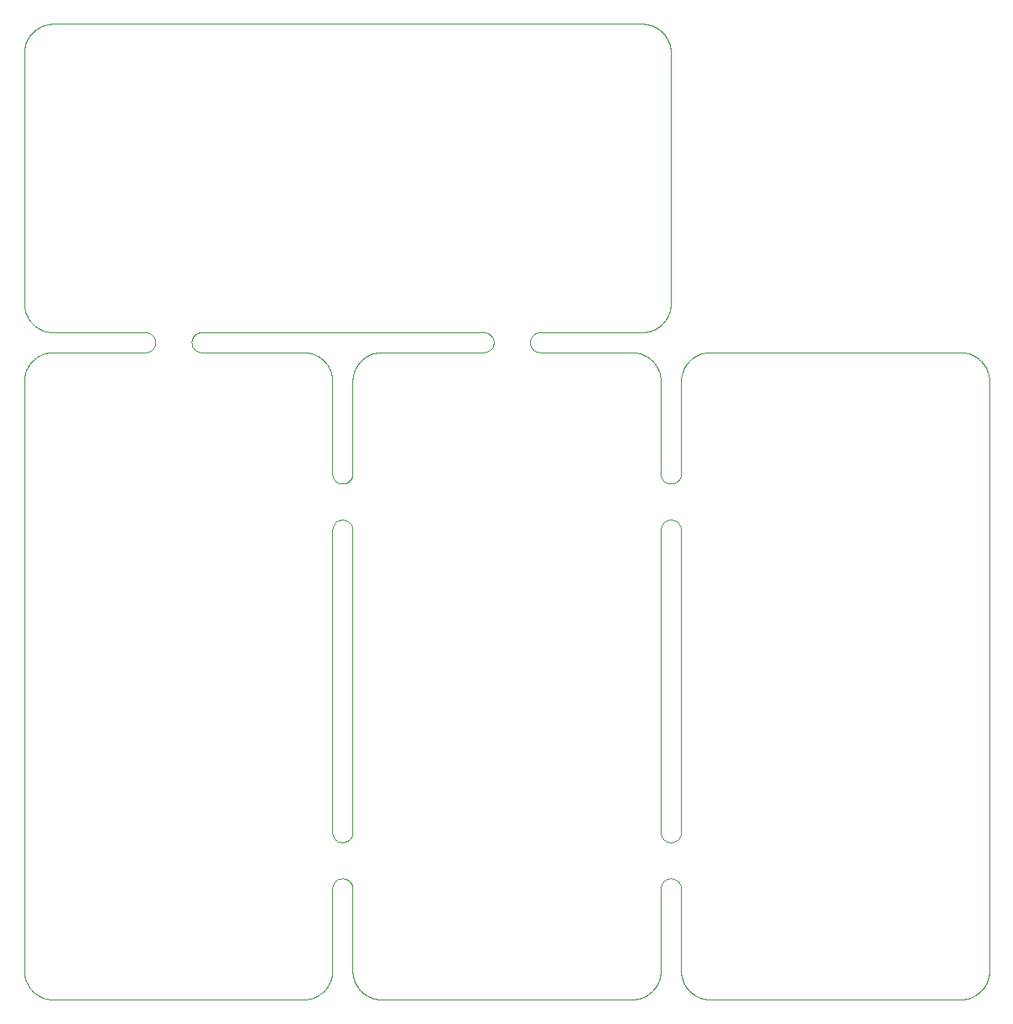
<source format=gko>
From c3ca4f95bd59f69d45e582a4149327f57a360760 Mon Sep 17 00:00:00 2001
From: jaseg <git@jaseg.de>
Date: Sun, 30 Jan 2022 20:11:38 +0100
Subject: Rename gerbonara/gerber package to just gerbonara

---
 gerbonara/tests/resources/fritzing/combined.GKO | 2196 +++++++++++++++++++++++
 1 file changed, 2196 insertions(+)
 create mode 100644 gerbonara/tests/resources/fritzing/combined.GKO

(limited to 'gerbonara/tests/resources/fritzing/combined.GKO')

diff --git a/gerbonara/tests/resources/fritzing/combined.GKO b/gerbonara/tests/resources/fritzing/combined.GKO
new file mode 100644
index 0000000..81ce8ff
--- /dev/null
+++ b/gerbonara/tests/resources/fritzing/combined.GKO
@@ -0,0 +1,2196 @@
+%MOIN*%
+%OFA0B0*%
+%FSLAX44Y44*%
+%IPPOS*%
+%LPD*%
+%ADD10C,0*%
+D10*
+X00007412Y00026771D02*
+X00007412Y00026771D01*
+X00018571Y00026771D01*
+X00018595Y00026770D01*
+X00018619Y00026768D01*
+X00018643Y00026764D01*
+X00018667Y00026759D01*
+X00018690Y00026753D01*
+X00018713Y00026745D01*
+X00018735Y00026735D01*
+X00018757Y00026724D01*
+X00018778Y00026712D01*
+X00018798Y00026699D01*
+X00018818Y00026684D01*
+X00018836Y00026669D01*
+X00018853Y00026652D01*
+X00018870Y00026634D01*
+X00018885Y00026615D01*
+X00018899Y00026595D01*
+X00018912Y00026575D01*
+X00018923Y00026553D01*
+X00018933Y00026531D01*
+X00018942Y00026509D01*
+X00018942Y00026508D01*
+X00018953Y00026472D01*
+X00018961Y00026435D01*
+X00018964Y00026398D01*
+X00018965Y00026360D01*
+X00018961Y00026323D01*
+X00018954Y00026286D01*
+X00018944Y00026250D01*
+X00018930Y00026215D01*
+X00018913Y00026181D01*
+X00018893Y00026150D01*
+X00018870Y00026120D01*
+X00018844Y00026093D01*
+X00018815Y00026068D01*
+X00018785Y00026046D01*
+X00018752Y00026027D01*
+X00018718Y00026012D01*
+X00018682Y00025999D01*
+X00018646Y00025990D01*
+X00018609Y00025985D01*
+X00018571Y00025983D01*
+X00014435Y00025983D01*
+X00014425Y00025973D01*
+X00014355Y00025973D01*
+X00014345Y00025963D01*
+X00014305Y00025963D01*
+X00014295Y00025953D01*
+X00014255Y00025953D01*
+X00014245Y00025943D01*
+X00014225Y00025943D01*
+X00014215Y00025933D01*
+X00014185Y00025933D01*
+X00014175Y00025923D01*
+X00014155Y00025923D01*
+X00014145Y00025913D01*
+X00014135Y00025913D01*
+X00014125Y00025903D01*
+X00014105Y00025903D01*
+X00014095Y00025893D01*
+X00014085Y00025893D01*
+X00014075Y00025883D01*
+X00014065Y00025883D01*
+X00014055Y00025873D01*
+X00014035Y00025873D01*
+X00014025Y00025863D01*
+X00014015Y00025863D01*
+X00014005Y00025853D01*
+X00013995Y00025853D01*
+X00013985Y00025843D01*
+X00013975Y00025833D01*
+X00013965Y00025833D01*
+X00013955Y00025823D01*
+X00013945Y00025823D01*
+X00013935Y00025813D01*
+X00013925Y00025813D01*
+X00013915Y00025803D01*
+X00013905Y00025793D01*
+X00013895Y00025793D01*
+X00013875Y00025773D01*
+X00013865Y00025773D01*
+X00013855Y00025763D01*
+X00013845Y00025753D01*
+X00013835Y00025743D01*
+X00013825Y00025743D01*
+X00013815Y00025733D01*
+X00013805Y00025723D01*
+X00013795Y00025713D01*
+X00013785Y00025703D01*
+X00013755Y00025673D01*
+X00013745Y00025673D01*
+X00013725Y00025653D01*
+X00013715Y00025643D01*
+X00013705Y00025633D01*
+X00013685Y00025613D01*
+X00013685Y00025603D01*
+X00013675Y00025593D01*
+X00013665Y00025583D01*
+X00013655Y00025573D01*
+X00013645Y00025563D01*
+X00013625Y00025543D01*
+X00013625Y00025533D01*
+X00013615Y00025523D01*
+X00013605Y00025513D01*
+X00013595Y00025503D01*
+X00013595Y00025493D01*
+X00013585Y00025483D01*
+X00013575Y00025473D01*
+X00013575Y00025463D01*
+X00013565Y00025453D01*
+X00013555Y00025443D01*
+X00013555Y00025433D01*
+X00013545Y00025423D01*
+X00013545Y00025413D01*
+X00013535Y00025403D01*
+X00013525Y00025393D01*
+X00013525Y00025383D01*
+X00013515Y00025373D01*
+X00013515Y00025363D01*
+X00013505Y00025353D01*
+X00013505Y00025343D01*
+X00013495Y00025333D01*
+X00013495Y00025323D01*
+X00013485Y00025313D01*
+X00013485Y00025303D01*
+X00013475Y00025293D01*
+X00013475Y00025273D01*
+X00013465Y00025263D01*
+X00013465Y00025253D01*
+X00013455Y00025243D01*
+X00013455Y00025223D01*
+X00013445Y00025213D01*
+X00013445Y00025193D01*
+X00013435Y00025183D01*
+X00013435Y00025163D01*
+X00013425Y00025153D01*
+X00013425Y00025123D01*
+X00013415Y00025113D01*
+X00013415Y00025083D01*
+X00013405Y00025073D01*
+X00013405Y00025023D01*
+X00013395Y00025013D01*
+X00013395Y00024943D01*
+X00013385Y00024933D01*
+X00013385Y00021192D01*
+X00013385Y00021168D01*
+X00013382Y00021144D01*
+X00013379Y00021120D01*
+X00013374Y00021096D01*
+X00013367Y00021073D01*
+X00013359Y00021050D01*
+X00013350Y00021028D01*
+X00013339Y00021007D01*
+X00013327Y00020986D01*
+X00013314Y00020966D01*
+X00013299Y00020946D01*
+X00013284Y00020928D01*
+X00013267Y00020911D01*
+X00013249Y00020894D01*
+X00013231Y00020879D01*
+X00013211Y00020865D01*
+X00013191Y00020852D01*
+X00013170Y00020841D01*
+X00013148Y00020830D01*
+X00013125Y00020821D01*
+X00013111Y00020816D01*
+X00013075Y00020805D01*
+X00013038Y00020797D01*
+X00013000Y00020793D01*
+X00012962Y00020793D01*
+X00012925Y00020796D01*
+X00012888Y00020803D01*
+X00012851Y00020813D01*
+X00012816Y00020827D01*
+X00012783Y00020844D01*
+X00012751Y00020864D01*
+X00012721Y00020887D01*
+X00012693Y00020913D01*
+X00012669Y00020942D01*
+X00012647Y00020972D01*
+X00012628Y00021005D01*
+X00012612Y00021039D01*
+X00012599Y00021075D01*
+X00012590Y00021111D01*
+X00012585Y00021149D01*
+X00012583Y00021186D01*
+X00012583Y00024933D01*
+X00012573Y00024943D01*
+X00012573Y00025013D01*
+X00012563Y00025023D01*
+X00012563Y00025073D01*
+X00012553Y00025083D01*
+X00012553Y00025113D01*
+X00012543Y00025123D01*
+X00012543Y00025153D01*
+X00012533Y00025163D01*
+X00012533Y00025183D01*
+X00012523Y00025193D01*
+X00012523Y00025213D01*
+X00012513Y00025223D01*
+X00012513Y00025243D01*
+X00012503Y00025253D01*
+X00012503Y00025263D01*
+X00012493Y00025273D01*
+X00012493Y00025293D01*
+X00012483Y00025303D01*
+X00012483Y00025313D01*
+X00012473Y00025323D01*
+X00012473Y00025333D01*
+X00012463Y00025343D01*
+X00012463Y00025353D01*
+X00012453Y00025363D01*
+X00012453Y00025373D01*
+X00012443Y00025383D01*
+X00012443Y00025393D01*
+X00012433Y00025403D01*
+X00012423Y00025413D01*
+X00012423Y00025423D01*
+X00012413Y00025433D01*
+X00012413Y00025443D01*
+X00012403Y00025453D01*
+X00012393Y00025463D01*
+X00012393Y00025473D01*
+X00012373Y00025493D01*
+X00012373Y00025503D01*
+X00012363Y00025513D01*
+X00012353Y00025523D01*
+X00012343Y00025533D01*
+X00012343Y00025543D01*
+X00012333Y00025553D01*
+X00012323Y00025563D01*
+X00012313Y00025573D01*
+X00012303Y00025583D01*
+X00012293Y00025593D01*
+X00012283Y00025603D01*
+X00012273Y00025613D01*
+X00012273Y00025623D01*
+X00012263Y00025633D01*
+X00012253Y00025643D01*
+X00012243Y00025653D01*
+X00012233Y00025663D01*
+X00012223Y00025673D01*
+X00012213Y00025673D01*
+X00012203Y00025683D01*
+X00012193Y00025693D01*
+X00012183Y00025703D01*
+X00012173Y00025713D01*
+X00012163Y00025723D01*
+X00012153Y00025733D01*
+X00012143Y00025743D01*
+X00012133Y00025743D01*
+X00012123Y00025753D01*
+X00012113Y00025763D01*
+X00012103Y00025763D01*
+X00012093Y00025773D01*
+X00012083Y00025783D01*
+X00012073Y00025793D01*
+X00012063Y00025793D01*
+X00012053Y00025803D01*
+X00012043Y00025813D01*
+X00012033Y00025813D01*
+X00012023Y00025823D01*
+X00012013Y00025823D01*
+X00012003Y00025833D01*
+X00011993Y00025833D01*
+X00011983Y00025843D01*
+X00011973Y00025853D01*
+X00011963Y00025853D01*
+X00011953Y00025863D01*
+X00011943Y00025863D01*
+X00011933Y00025873D01*
+X00011913Y00025873D01*
+X00011903Y00025883D01*
+X00011893Y00025883D01*
+X00011883Y00025893D01*
+X00011873Y00025893D01*
+X00011863Y00025903D01*
+X00011843Y00025903D01*
+X00011833Y00025913D01*
+X00011823Y00025913D01*
+X00011813Y00025923D01*
+X00011793Y00025923D01*
+X00011783Y00025933D01*
+X00011753Y00025933D01*
+X00011743Y00025943D01*
+X00011723Y00025943D01*
+X00011713Y00025953D01*
+X00011673Y00025953D01*
+X00011663Y00025963D01*
+X00011623Y00025963D01*
+X00011613Y00025973D01*
+X00011543Y00025973D01*
+X00011533Y00025983D01*
+X00007412Y00025983D01*
+X00007375Y00025985D01*
+X00007337Y00025990D01*
+X00007301Y00025999D01*
+X00007265Y00026012D01*
+X00007231Y00026027D01*
+X00007199Y00026046D01*
+X00007168Y00026068D01*
+X00007140Y00026093D01*
+X00007114Y00026120D01*
+X00007091Y00026150D01*
+X00007070Y00026181D01*
+X00007053Y00026215D01*
+X00007039Y00026250D01*
+X00007029Y00026286D01*
+X00007022Y00026323D01*
+X00007019Y00026360D01*
+X00007019Y00026398D01*
+X00007023Y00026435D01*
+X00007030Y00026472D01*
+X00007041Y00026508D01*
+X00007041Y00026509D01*
+X00007050Y00026531D01*
+X00007060Y00026553D01*
+X00007072Y00026575D01*
+X00007084Y00026595D01*
+X00007098Y00026615D01*
+X00007114Y00026634D01*
+X00007130Y00026652D01*
+X00007147Y00026669D01*
+X00007166Y00026684D01*
+X00007185Y00026699D01*
+X00007205Y00026712D01*
+X00007226Y00026724D01*
+X00007248Y00026735D01*
+X00007270Y00026745D01*
+X00007293Y00026753D01*
+X00007316Y00026759D01*
+X00007340Y00026764D01*
+X00007364Y00026768D01*
+X00007388Y00026770D01*
+X00007412Y00026771D01*
+X00005185Y00025983D02*
+X00005185Y00025983D01*
+X00001443Y00025983D01*
+X00001433Y00025973D01*
+X00001363Y00025973D01*
+X00001353Y00025963D01*
+X00001313Y00025963D01*
+X00001303Y00025953D01*
+X00001263Y00025953D01*
+X00001253Y00025943D01*
+X00001233Y00025943D01*
+X00001223Y00025933D01*
+X00001193Y00025933D01*
+X00001183Y00025923D01*
+X00001163Y00025923D01*
+X00001153Y00025913D01*
+X00001143Y00025913D01*
+X00001133Y00025903D01*
+X00001113Y00025903D01*
+X00001103Y00025893D01*
+X00001093Y00025893D01*
+X00001083Y00025883D01*
+X00001073Y00025883D01*
+X00001063Y00025873D01*
+X00001043Y00025873D01*
+X00001033Y00025863D01*
+X00001023Y00025863D01*
+X00001013Y00025853D01*
+X00001003Y00025853D01*
+X00000993Y00025843D01*
+X00000983Y00025833D01*
+X00000973Y00025833D01*
+X00000963Y00025823D01*
+X00000953Y00025823D01*
+X00000943Y00025813D01*
+X00000933Y00025813D01*
+X00000923Y00025803D01*
+X00000913Y00025793D01*
+X00000903Y00025793D01*
+X00000883Y00025773D01*
+X00000873Y00025773D01*
+X00000863Y00025763D01*
+X00000853Y00025753D01*
+X00000843Y00025743D01*
+X00000833Y00025743D01*
+X00000823Y00025733D01*
+X00000813Y00025723D01*
+X00000803Y00025713D01*
+X00000793Y00025703D01*
+X00000763Y00025673D01*
+X00000753Y00025673D01*
+X00000733Y00025653D01*
+X00000723Y00025643D01*
+X00000713Y00025633D01*
+X00000693Y00025613D01*
+X00000693Y00025603D01*
+X00000683Y00025593D01*
+X00000673Y00025583D01*
+X00000663Y00025573D01*
+X00000653Y00025563D01*
+X00000633Y00025543D01*
+X00000633Y00025533D01*
+X00000623Y00025523D01*
+X00000613Y00025513D01*
+X00000603Y00025503D01*
+X00000603Y00025493D01*
+X00000593Y00025483D01*
+X00000583Y00025473D01*
+X00000583Y00025463D01*
+X00000573Y00025453D01*
+X00000563Y00025443D01*
+X00000563Y00025433D01*
+X00000553Y00025423D01*
+X00000553Y00025413D01*
+X00000543Y00025403D01*
+X00000533Y00025393D01*
+X00000533Y00025383D01*
+X00000523Y00025373D01*
+X00000523Y00025363D01*
+X00000513Y00025353D01*
+X00000513Y00025343D01*
+X00000503Y00025333D01*
+X00000503Y00025323D01*
+X00000493Y00025313D01*
+X00000493Y00025303D01*
+X00000483Y00025293D01*
+X00000483Y00025273D01*
+X00000473Y00025263D01*
+X00000473Y00025253D01*
+X00000463Y00025243D01*
+X00000463Y00025223D01*
+X00000453Y00025213D01*
+X00000453Y00025193D01*
+X00000443Y00025183D01*
+X00000443Y00025163D01*
+X00000433Y00025153D01*
+X00000433Y00025123D01*
+X00000423Y00025113D01*
+X00000423Y00025083D01*
+X00000413Y00025073D01*
+X00000413Y00025023D01*
+X00000403Y00025013D01*
+X00000403Y00024943D01*
+X00000393Y00024933D01*
+X00000393Y00001453D01*
+X00000403Y00001443D01*
+X00000403Y00001373D01*
+X00000413Y00001363D01*
+X00000413Y00001313D01*
+X00000423Y00001303D01*
+X00000423Y00001273D01*
+X00000433Y00001263D01*
+X00000433Y00001233D01*
+X00000443Y00001223D01*
+X00000443Y00001203D01*
+X00000453Y00001193D01*
+X00000453Y00001173D01*
+X00000463Y00001163D01*
+X00000463Y00001143D01*
+X00000473Y00001133D01*
+X00000473Y00001123D01*
+X00000483Y00001113D01*
+X00000483Y00001093D01*
+X00000493Y00001083D01*
+X00000493Y00001073D01*
+X00000503Y00001063D01*
+X00000503Y00001053D01*
+X00000513Y00001043D01*
+X00000513Y00001033D01*
+X00000523Y00001023D01*
+X00000523Y00001013D01*
+X00000533Y00001003D01*
+X00000533Y00000993D01*
+X00000543Y00000983D01*
+X00000553Y00000973D01*
+X00000553Y00000963D01*
+X00000563Y00000953D01*
+X00000563Y00000943D01*
+X00000573Y00000933D01*
+X00000583Y00000923D01*
+X00000583Y00000913D01*
+X00000593Y00000903D01*
+X00000603Y00000893D01*
+X00000603Y00000883D01*
+X00000613Y00000873D01*
+X00000633Y00000853D01*
+X00000633Y00000843D01*
+X00000653Y00000823D01*
+X00000663Y00000813D01*
+X00000673Y00000803D01*
+X00000683Y00000793D01*
+X00000693Y00000783D01*
+X00000693Y00000773D01*
+X00000713Y00000753D01*
+X00000723Y00000743D01*
+X00000743Y00000723D01*
+X00000753Y00000713D01*
+X00000763Y00000713D01*
+X00000773Y00000703D01*
+X00000783Y00000693D01*
+X00000793Y00000683D01*
+X00000803Y00000673D01*
+X00000813Y00000663D01*
+X00000823Y00000653D01*
+X00000833Y00000643D01*
+X00000843Y00000643D01*
+X00000863Y00000623D01*
+X00000873Y00000623D01*
+X00000883Y00000613D01*
+X00000893Y00000603D01*
+X00000903Y00000593D01*
+X00000913Y00000593D01*
+X00000923Y00000583D01*
+X00000933Y00000573D01*
+X00000943Y00000573D01*
+X00000953Y00000563D01*
+X00000963Y00000563D01*
+X00000973Y00000553D01*
+X00000983Y00000553D01*
+X00000993Y00000543D01*
+X00001003Y00000533D01*
+X00001013Y00000533D01*
+X00001023Y00000523D01*
+X00001033Y00000523D01*
+X00001043Y00000513D01*
+X00001063Y00000513D01*
+X00001073Y00000503D01*
+X00001083Y00000503D01*
+X00001093Y00000493D01*
+X00001103Y00000493D01*
+X00001113Y00000483D01*
+X00001133Y00000483D01*
+X00001143Y00000473D01*
+X00001153Y00000473D01*
+X00001163Y00000463D01*
+X00001183Y00000463D01*
+X00001193Y00000453D01*
+X00001223Y00000453D01*
+X00001233Y00000443D01*
+X00001253Y00000443D01*
+X00001263Y00000433D01*
+X00001303Y00000433D01*
+X00001313Y00000423D01*
+X00001353Y00000423D01*
+X00001363Y00000413D01*
+X00001433Y00000413D01*
+X00001443Y00000403D01*
+X00011533Y00000403D01*
+X00011543Y00000413D01*
+X00011613Y00000413D01*
+X00011623Y00000423D01*
+X00011663Y00000423D01*
+X00011673Y00000433D01*
+X00011713Y00000433D01*
+X00011723Y00000443D01*
+X00011743Y00000443D01*
+X00011753Y00000453D01*
+X00011783Y00000453D01*
+X00011793Y00000463D01*
+X00011813Y00000463D01*
+X00011823Y00000473D01*
+X00011833Y00000473D01*
+X00011843Y00000483D01*
+X00011863Y00000483D01*
+X00011873Y00000493D01*
+X00011883Y00000493D01*
+X00011893Y00000503D01*
+X00011903Y00000503D01*
+X00011913Y00000513D01*
+X00011933Y00000513D01*
+X00011943Y00000523D01*
+X00011953Y00000523D01*
+X00011963Y00000533D01*
+X00011973Y00000533D01*
+X00011983Y00000543D01*
+X00011993Y00000553D01*
+X00012003Y00000553D01*
+X00012013Y00000563D01*
+X00012023Y00000563D01*
+X00012033Y00000573D01*
+X00012043Y00000573D01*
+X00012053Y00000583D01*
+X00012063Y00000593D01*
+X00012073Y00000593D01*
+X00012083Y00000603D01*
+X00012103Y00000623D01*
+X00012113Y00000623D01*
+X00012123Y00000633D01*
+X00012133Y00000643D01*
+X00012143Y00000643D01*
+X00012153Y00000653D01*
+X00012163Y00000663D01*
+X00012173Y00000673D01*
+X00012183Y00000683D01*
+X00012193Y00000693D01*
+X00012203Y00000703D01*
+X00012213Y00000713D01*
+X00012223Y00000713D01*
+X00012233Y00000723D01*
+X00012243Y00000733D01*
+X00012253Y00000743D01*
+X00012263Y00000753D01*
+X00012273Y00000763D01*
+X00012273Y00000773D01*
+X00012283Y00000783D01*
+X00012293Y00000793D01*
+X00012303Y00000803D01*
+X00012313Y00000813D01*
+X00012323Y00000823D01*
+X00012333Y00000833D01*
+X00012343Y00000843D01*
+X00012343Y00000853D01*
+X00012353Y00000863D01*
+X00012363Y00000873D01*
+X00012373Y00000883D01*
+X00012373Y00000893D01*
+X00012383Y00000903D01*
+X00012393Y00000913D01*
+X00012393Y00000923D01*
+X00012403Y00000933D01*
+X00012413Y00000943D01*
+X00012413Y00000953D01*
+X00012423Y00000963D01*
+X00012423Y00000973D01*
+X00012433Y00000983D01*
+X00012443Y00000993D01*
+X00012443Y00001003D01*
+X00012453Y00001013D01*
+X00012453Y00001023D01*
+X00012463Y00001033D01*
+X00012463Y00001043D01*
+X00012473Y00001053D01*
+X00012473Y00001063D01*
+X00012483Y00001073D01*
+X00012483Y00001083D01*
+X00012493Y00001093D01*
+X00012493Y00001113D01*
+X00012503Y00001123D01*
+X00012503Y00001133D01*
+X00012513Y00001143D01*
+X00012513Y00001163D01*
+X00012523Y00001173D01*
+X00012523Y00001193D01*
+X00012533Y00001203D01*
+X00012533Y00001223D01*
+X00012543Y00001233D01*
+X00012543Y00001263D01*
+X00012553Y00001273D01*
+X00012553Y00001303D01*
+X00012563Y00001313D01*
+X00012563Y00001363D01*
+X00012573Y00001373D01*
+X00012573Y00001443D01*
+X00012583Y00001453D01*
+X00012583Y00004797D01*
+X00012585Y00004834D01*
+X00012590Y00004872D01*
+X00012599Y00004908D01*
+X00012612Y00004944D01*
+X00012628Y00004978D01*
+X00012647Y00005011D01*
+X00012669Y00005042D01*
+X00012693Y00005070D01*
+X00012721Y00005096D01*
+X00012751Y00005119D01*
+X00012783Y00005139D01*
+X00012816Y00005156D01*
+X00012851Y00005170D01*
+X00012888Y00005180D01*
+X00012925Y00005187D01*
+X00012962Y00005190D01*
+X00013000Y00005190D01*
+X00013038Y00005186D01*
+X00013075Y00005178D01*
+X00013111Y00005167D01*
+X00013125Y00005162D01*
+X00013148Y00005153D01*
+X00013170Y00005143D01*
+X00013191Y00005131D01*
+X00013211Y00005118D01*
+X00013231Y00005104D01*
+X00013249Y00005089D01*
+X00013267Y00005073D01*
+X00013284Y00005055D01*
+X00013299Y00005037D01*
+X00013314Y00005018D01*
+X00013327Y00004998D01*
+X00013339Y00004977D01*
+X00013350Y00004955D01*
+X00013359Y00004933D01*
+X00013367Y00004910D01*
+X00013374Y00004887D01*
+X00013379Y00004863D01*
+X00013382Y00004840D01*
+X00013385Y00004816D01*
+X00013385Y00004791D01*
+X00013385Y00001453D01*
+X00013395Y00001443D01*
+X00013395Y00001373D01*
+X00013405Y00001363D01*
+X00013405Y00001313D01*
+X00013415Y00001303D01*
+X00013415Y00001273D01*
+X00013425Y00001263D01*
+X00013425Y00001233D01*
+X00013435Y00001223D01*
+X00013435Y00001203D01*
+X00013445Y00001193D01*
+X00013445Y00001173D01*
+X00013455Y00001163D01*
+X00013455Y00001143D01*
+X00013465Y00001133D01*
+X00013465Y00001123D01*
+X00013475Y00001113D01*
+X00013475Y00001093D01*
+X00013485Y00001083D01*
+X00013485Y00001073D01*
+X00013495Y00001063D01*
+X00013495Y00001053D01*
+X00013505Y00001043D01*
+X00013505Y00001033D01*
+X00013515Y00001023D01*
+X00013515Y00001013D01*
+X00013525Y00001003D01*
+X00013525Y00000993D01*
+X00013535Y00000983D01*
+X00013545Y00000973D01*
+X00013545Y00000963D01*
+X00013555Y00000953D01*
+X00013555Y00000943D01*
+X00013565Y00000933D01*
+X00013575Y00000923D01*
+X00013575Y00000913D01*
+X00013585Y00000903D01*
+X00013595Y00000893D01*
+X00013595Y00000883D01*
+X00013605Y00000873D01*
+X00013625Y00000853D01*
+X00013625Y00000843D01*
+X00013645Y00000823D01*
+X00013655Y00000813D01*
+X00013665Y00000803D01*
+X00013675Y00000793D01*
+X00013685Y00000783D01*
+X00013685Y00000773D01*
+X00013705Y00000753D01*
+X00013715Y00000743D01*
+X00013735Y00000723D01*
+X00013745Y00000713D01*
+X00013755Y00000713D01*
+X00013765Y00000703D01*
+X00013775Y00000693D01*
+X00013785Y00000683D01*
+X00013795Y00000673D01*
+X00013805Y00000663D01*
+X00013815Y00000653D01*
+X00013825Y00000643D01*
+X00013835Y00000643D01*
+X00013855Y00000623D01*
+X00013865Y00000623D01*
+X00013875Y00000613D01*
+X00013885Y00000603D01*
+X00013895Y00000593D01*
+X00013905Y00000593D01*
+X00013915Y00000583D01*
+X00013925Y00000573D01*
+X00013935Y00000573D01*
+X00013945Y00000563D01*
+X00013955Y00000563D01*
+X00013965Y00000553D01*
+X00013975Y00000553D01*
+X00013985Y00000543D01*
+X00013995Y00000533D01*
+X00014005Y00000533D01*
+X00014015Y00000523D01*
+X00014025Y00000523D01*
+X00014035Y00000513D01*
+X00014055Y00000513D01*
+X00014065Y00000503D01*
+X00014075Y00000503D01*
+X00014085Y00000493D01*
+X00014095Y00000493D01*
+X00014105Y00000483D01*
+X00014125Y00000483D01*
+X00014135Y00000473D01*
+X00014145Y00000473D01*
+X00014155Y00000463D01*
+X00014175Y00000463D01*
+X00014185Y00000453D01*
+X00014215Y00000453D01*
+X00014225Y00000443D01*
+X00014245Y00000443D01*
+X00014255Y00000433D01*
+X00014295Y00000433D01*
+X00014305Y00000423D01*
+X00014345Y00000423D01*
+X00014355Y00000413D01*
+X00014425Y00000413D01*
+X00014435Y00000403D01*
+X00024525Y00000403D01*
+X00024535Y00000413D01*
+X00024605Y00000413D01*
+X00024615Y00000423D01*
+X00024655Y00000423D01*
+X00024665Y00000433D01*
+X00024705Y00000433D01*
+X00024715Y00000443D01*
+X00024735Y00000443D01*
+X00024745Y00000453D01*
+X00024775Y00000453D01*
+X00024785Y00000463D01*
+X00024805Y00000463D01*
+X00024815Y00000473D01*
+X00024825Y00000473D01*
+X00024835Y00000483D01*
+X00024855Y00000483D01*
+X00024865Y00000493D01*
+X00024875Y00000493D01*
+X00024885Y00000503D01*
+X00024895Y00000503D01*
+X00024905Y00000513D01*
+X00024925Y00000513D01*
+X00024935Y00000523D01*
+X00024945Y00000523D01*
+X00024955Y00000533D01*
+X00024965Y00000533D01*
+X00024975Y00000543D01*
+X00024985Y00000553D01*
+X00024995Y00000553D01*
+X00025005Y00000563D01*
+X00025015Y00000563D01*
+X00025025Y00000573D01*
+X00025035Y00000573D01*
+X00025045Y00000583D01*
+X00025055Y00000593D01*
+X00025065Y00000593D01*
+X00025075Y00000603D01*
+X00025095Y00000623D01*
+X00025105Y00000623D01*
+X00025115Y00000633D01*
+X00025125Y00000643D01*
+X00025135Y00000643D01*
+X00025145Y00000653D01*
+X00025155Y00000663D01*
+X00025165Y00000673D01*
+X00025175Y00000683D01*
+X00025185Y00000693D01*
+X00025195Y00000703D01*
+X00025205Y00000713D01*
+X00025215Y00000713D01*
+X00025225Y00000723D01*
+X00025235Y00000733D01*
+X00025245Y00000743D01*
+X00025255Y00000753D01*
+X00025265Y00000763D01*
+X00025265Y00000773D01*
+X00025275Y00000783D01*
+X00025285Y00000793D01*
+X00025295Y00000803D01*
+X00025305Y00000813D01*
+X00025315Y00000823D01*
+X00025325Y00000833D01*
+X00025335Y00000843D01*
+X00025335Y00000853D01*
+X00025345Y00000863D01*
+X00025355Y00000873D01*
+X00025365Y00000883D01*
+X00025365Y00000893D01*
+X00025375Y00000903D01*
+X00025385Y00000913D01*
+X00025385Y00000923D01*
+X00025395Y00000933D01*
+X00025405Y00000943D01*
+X00025405Y00000953D01*
+X00025415Y00000963D01*
+X00025415Y00000973D01*
+X00025425Y00000983D01*
+X00025435Y00000993D01*
+X00025435Y00001003D01*
+X00025445Y00001013D01*
+X00025445Y00001023D01*
+X00025455Y00001033D01*
+X00025455Y00001043D01*
+X00025465Y00001053D01*
+X00025465Y00001063D01*
+X00025475Y00001073D01*
+X00025475Y00001083D01*
+X00025485Y00001093D01*
+X00025485Y00001113D01*
+X00025495Y00001123D01*
+X00025495Y00001133D01*
+X00025505Y00001143D01*
+X00025505Y00001163D01*
+X00025515Y00001173D01*
+X00025515Y00001193D01*
+X00025525Y00001203D01*
+X00025525Y00001223D01*
+X00025535Y00001233D01*
+X00025535Y00001263D01*
+X00025545Y00001273D01*
+X00025545Y00001303D01*
+X00025555Y00001313D01*
+X00025555Y00001363D01*
+X00025565Y00001373D01*
+X00025565Y00001443D01*
+X00025575Y00001453D01*
+X00025575Y00004797D01*
+X00025577Y00004834D01*
+X00025583Y00004872D01*
+X00025591Y00004908D01*
+X00025604Y00004944D01*
+X00025620Y00004978D01*
+X00025639Y00005011D01*
+X00025661Y00005042D01*
+X00025686Y00005070D01*
+X00025713Y00005096D01*
+X00025743Y00005119D01*
+X00025775Y00005139D01*
+X00025808Y00005156D01*
+X00025843Y00005170D01*
+X00025880Y00005180D01*
+X00025917Y00005187D01*
+X00025954Y00005190D01*
+X00025992Y00005190D01*
+X00026030Y00005186D01*
+X00026067Y00005178D01*
+X00026103Y00005167D01*
+X00026117Y00005162D01*
+X00026140Y00005153D01*
+X00026162Y00005143D01*
+X00026183Y00005131D01*
+X00026203Y00005118D01*
+X00026223Y00005104D01*
+X00026242Y00005089D01*
+X00026259Y00005073D01*
+X00026276Y00005055D01*
+X00026292Y00005037D01*
+X00026306Y00005018D01*
+X00026319Y00004998D01*
+X00026331Y00004977D01*
+X00026342Y00004955D01*
+X00026351Y00004933D01*
+X00026359Y00004910D01*
+X00026366Y00004887D01*
+X00026371Y00004863D01*
+X00026375Y00004840D01*
+X00026377Y00004816D01*
+X00026377Y00004791D01*
+X00026377Y00001453D01*
+X00026387Y00001443D01*
+X00026387Y00001373D01*
+X00026397Y00001363D01*
+X00026397Y00001313D01*
+X00026407Y00001303D01*
+X00026407Y00001273D01*
+X00026417Y00001263D01*
+X00026417Y00001233D01*
+X00026427Y00001223D01*
+X00026427Y00001203D01*
+X00026437Y00001193D01*
+X00026437Y00001173D01*
+X00026447Y00001163D01*
+X00026447Y00001143D01*
+X00026457Y00001133D01*
+X00026457Y00001123D01*
+X00026467Y00001113D01*
+X00026467Y00001093D01*
+X00026477Y00001083D01*
+X00026477Y00001073D01*
+X00026487Y00001063D01*
+X00026487Y00001053D01*
+X00026497Y00001043D01*
+X00026497Y00001033D01*
+X00026507Y00001023D01*
+X00026507Y00001013D01*
+X00026517Y00001003D01*
+X00026517Y00000993D01*
+X00026527Y00000983D01*
+X00026537Y00000973D01*
+X00026537Y00000963D01*
+X00026547Y00000953D01*
+X00026547Y00000943D01*
+X00026557Y00000933D01*
+X00026567Y00000923D01*
+X00026567Y00000913D01*
+X00026577Y00000903D01*
+X00026587Y00000893D01*
+X00026587Y00000883D01*
+X00026597Y00000873D01*
+X00026617Y00000853D01*
+X00026617Y00000843D01*
+X00026637Y00000823D01*
+X00026647Y00000813D01*
+X00026657Y00000803D01*
+X00026667Y00000793D01*
+X00026677Y00000783D01*
+X00026677Y00000773D01*
+X00026697Y00000753D01*
+X00026707Y00000743D01*
+X00026727Y00000723D01*
+X00026737Y00000713D01*
+X00026747Y00000713D01*
+X00026757Y00000703D01*
+X00026767Y00000693D01*
+X00026777Y00000683D01*
+X00026787Y00000673D01*
+X00026797Y00000663D01*
+X00026807Y00000653D01*
+X00026817Y00000643D01*
+X00026827Y00000643D01*
+X00026847Y00000623D01*
+X00026857Y00000623D01*
+X00026867Y00000613D01*
+X00026877Y00000603D01*
+X00026887Y00000593D01*
+X00026897Y00000593D01*
+X00026907Y00000583D01*
+X00026917Y00000573D01*
+X00026927Y00000573D01*
+X00026937Y00000563D01*
+X00026947Y00000563D01*
+X00026957Y00000553D01*
+X00026967Y00000553D01*
+X00026977Y00000543D01*
+X00026987Y00000533D01*
+X00026997Y00000533D01*
+X00027007Y00000523D01*
+X00027017Y00000523D01*
+X00027027Y00000513D01*
+X00027047Y00000513D01*
+X00027057Y00000503D01*
+X00027067Y00000503D01*
+X00027077Y00000493D01*
+X00027087Y00000493D01*
+X00027097Y00000483D01*
+X00027117Y00000483D01*
+X00027127Y00000473D01*
+X00027137Y00000473D01*
+X00027147Y00000463D01*
+X00027167Y00000463D01*
+X00027177Y00000453D01*
+X00027207Y00000453D01*
+X00027217Y00000443D01*
+X00027237Y00000443D01*
+X00027247Y00000433D01*
+X00027287Y00000433D01*
+X00027297Y00000423D01*
+X00027337Y00000423D01*
+X00027347Y00000413D01*
+X00027417Y00000413D01*
+X00027427Y00000403D01*
+X00037517Y00000403D01*
+X00037527Y00000413D01*
+X00037597Y00000413D01*
+X00037607Y00000423D01*
+X00037647Y00000423D01*
+X00037657Y00000433D01*
+X00037697Y00000433D01*
+X00037707Y00000443D01*
+X00037727Y00000443D01*
+X00037737Y00000453D01*
+X00037767Y00000453D01*
+X00037777Y00000463D01*
+X00037797Y00000463D01*
+X00037807Y00000473D01*
+X00037817Y00000473D01*
+X00037827Y00000483D01*
+X00037847Y00000483D01*
+X00037857Y00000493D01*
+X00037867Y00000493D01*
+X00037877Y00000503D01*
+X00037887Y00000503D01*
+X00037897Y00000513D01*
+X00037917Y00000513D01*
+X00037927Y00000523D01*
+X00037937Y00000523D01*
+X00037947Y00000533D01*
+X00037957Y00000533D01*
+X00037967Y00000543D01*
+X00037977Y00000553D01*
+X00037987Y00000553D01*
+X00037997Y00000563D01*
+X00038007Y00000563D01*
+X00038017Y00000573D01*
+X00038027Y00000573D01*
+X00038037Y00000583D01*
+X00038047Y00000593D01*
+X00038057Y00000593D01*
+X00038067Y00000603D01*
+X00038087Y00000623D01*
+X00038097Y00000623D01*
+X00038107Y00000633D01*
+X00038117Y00000643D01*
+X00038127Y00000643D01*
+X00038137Y00000653D01*
+X00038147Y00000663D01*
+X00038157Y00000673D01*
+X00038167Y00000683D01*
+X00038177Y00000693D01*
+X00038187Y00000703D01*
+X00038197Y00000713D01*
+X00038207Y00000713D01*
+X00038217Y00000723D01*
+X00038227Y00000733D01*
+X00038237Y00000743D01*
+X00038247Y00000753D01*
+X00038257Y00000763D01*
+X00038257Y00000773D01*
+X00038267Y00000783D01*
+X00038277Y00000793D01*
+X00038287Y00000803D01*
+X00038297Y00000813D01*
+X00038307Y00000823D01*
+X00038317Y00000833D01*
+X00038327Y00000843D01*
+X00038327Y00000853D01*
+X00038337Y00000863D01*
+X00038347Y00000873D01*
+X00038357Y00000883D01*
+X00038357Y00000893D01*
+X00038367Y00000903D01*
+X00038377Y00000913D01*
+X00038377Y00000923D01*
+X00038387Y00000933D01*
+X00038397Y00000943D01*
+X00038397Y00000953D01*
+X00038407Y00000963D01*
+X00038407Y00000973D01*
+X00038417Y00000983D01*
+X00038427Y00000993D01*
+X00038427Y00001003D01*
+X00038437Y00001013D01*
+X00038437Y00001023D01*
+X00038447Y00001033D01*
+X00038447Y00001043D01*
+X00038457Y00001053D01*
+X00038457Y00001063D01*
+X00038467Y00001073D01*
+X00038467Y00001083D01*
+X00038477Y00001093D01*
+X00038477Y00001113D01*
+X00038487Y00001123D01*
+X00038487Y00001133D01*
+X00038497Y00001143D01*
+X00038497Y00001163D01*
+X00038507Y00001173D01*
+X00038507Y00001193D01*
+X00038517Y00001203D01*
+X00038517Y00001223D01*
+X00038527Y00001233D01*
+X00038527Y00001263D01*
+X00038537Y00001273D01*
+X00038537Y00001303D01*
+X00038547Y00001313D01*
+X00038547Y00001363D01*
+X00038557Y00001373D01*
+X00038557Y00001443D01*
+X00038567Y00001453D01*
+X00038567Y00024933D01*
+X00038557Y00024943D01*
+X00038557Y00025013D01*
+X00038547Y00025023D01*
+X00038547Y00025073D01*
+X00038537Y00025083D01*
+X00038537Y00025113D01*
+X00038527Y00025123D01*
+X00038527Y00025153D01*
+X00038517Y00025163D01*
+X00038517Y00025183D01*
+X00038507Y00025193D01*
+X00038507Y00025213D01*
+X00038497Y00025223D01*
+X00038497Y00025243D01*
+X00038487Y00025253D01*
+X00038487Y00025263D01*
+X00038477Y00025273D01*
+X00038477Y00025293D01*
+X00038467Y00025303D01*
+X00038467Y00025313D01*
+X00038457Y00025323D01*
+X00038457Y00025333D01*
+X00038447Y00025343D01*
+X00038447Y00025353D01*
+X00038437Y00025363D01*
+X00038437Y00025373D01*
+X00038427Y00025383D01*
+X00038427Y00025393D01*
+X00038417Y00025403D01*
+X00038407Y00025413D01*
+X00038407Y00025423D01*
+X00038397Y00025433D01*
+X00038397Y00025443D01*
+X00038387Y00025453D01*
+X00038377Y00025463D01*
+X00038377Y00025473D01*
+X00038357Y00025493D01*
+X00038357Y00025503D01*
+X00038347Y00025513D01*
+X00038337Y00025523D01*
+X00038327Y00025533D01*
+X00038327Y00025543D01*
+X00038317Y00025553D01*
+X00038307Y00025563D01*
+X00038297Y00025573D01*
+X00038287Y00025583D01*
+X00038277Y00025593D01*
+X00038267Y00025603D01*
+X00038257Y00025613D01*
+X00038257Y00025623D01*
+X00038247Y00025633D01*
+X00038237Y00025643D01*
+X00038227Y00025653D01*
+X00038217Y00025663D01*
+X00038207Y00025673D01*
+X00038197Y00025673D01*
+X00038187Y00025683D01*
+X00038177Y00025693D01*
+X00038167Y00025703D01*
+X00038157Y00025713D01*
+X00038147Y00025723D01*
+X00038137Y00025733D01*
+X00038127Y00025743D01*
+X00038117Y00025743D01*
+X00038107Y00025753D01*
+X00038097Y00025763D01*
+X00038087Y00025763D01*
+X00038077Y00025773D01*
+X00038067Y00025783D01*
+X00038057Y00025793D01*
+X00038047Y00025793D01*
+X00038037Y00025803D01*
+X00038027Y00025813D01*
+X00038017Y00025813D01*
+X00038007Y00025823D01*
+X00037997Y00025823D01*
+X00037987Y00025833D01*
+X00037977Y00025833D01*
+X00037967Y00025843D01*
+X00037957Y00025853D01*
+X00037947Y00025853D01*
+X00037937Y00025863D01*
+X00037927Y00025863D01*
+X00037917Y00025873D01*
+X00037897Y00025873D01*
+X00037887Y00025883D01*
+X00037877Y00025883D01*
+X00037867Y00025893D01*
+X00037857Y00025893D01*
+X00037847Y00025903D01*
+X00037827Y00025903D01*
+X00037817Y00025913D01*
+X00037807Y00025913D01*
+X00037797Y00025923D01*
+X00037777Y00025923D01*
+X00037767Y00025933D01*
+X00037737Y00025933D01*
+X00037727Y00025943D01*
+X00037707Y00025943D01*
+X00037697Y00025953D01*
+X00037657Y00025953D01*
+X00037647Y00025963D01*
+X00037607Y00025963D01*
+X00037597Y00025973D01*
+X00037527Y00025973D01*
+X00037517Y00025983D01*
+X00027427Y00025983D01*
+X00027417Y00025973D01*
+X00027347Y00025973D01*
+X00027337Y00025963D01*
+X00027297Y00025963D01*
+X00027287Y00025953D01*
+X00027247Y00025953D01*
+X00027237Y00025943D01*
+X00027217Y00025943D01*
+X00027207Y00025933D01*
+X00027177Y00025933D01*
+X00027167Y00025923D01*
+X00027147Y00025923D01*
+X00027137Y00025913D01*
+X00027127Y00025913D01*
+X00027117Y00025903D01*
+X00027097Y00025903D01*
+X00027087Y00025893D01*
+X00027077Y00025893D01*
+X00027067Y00025883D01*
+X00027057Y00025883D01*
+X00027047Y00025873D01*
+X00027027Y00025873D01*
+X00027017Y00025863D01*
+X00027007Y00025863D01*
+X00026997Y00025853D01*
+X00026987Y00025853D01*
+X00026977Y00025843D01*
+X00026967Y00025833D01*
+X00026957Y00025833D01*
+X00026947Y00025823D01*
+X00026937Y00025823D01*
+X00026927Y00025813D01*
+X00026917Y00025813D01*
+X00026907Y00025803D01*
+X00026897Y00025793D01*
+X00026887Y00025793D01*
+X00026867Y00025773D01*
+X00026857Y00025773D01*
+X00026847Y00025763D01*
+X00026837Y00025753D01*
+X00026827Y00025743D01*
+X00026817Y00025743D01*
+X00026807Y00025733D01*
+X00026797Y00025723D01*
+X00026787Y00025713D01*
+X00026777Y00025703D01*
+X00026747Y00025673D01*
+X00026737Y00025673D01*
+X00026717Y00025653D01*
+X00026707Y00025643D01*
+X00026697Y00025633D01*
+X00026677Y00025613D01*
+X00026677Y00025603D01*
+X00026667Y00025593D01*
+X00026657Y00025583D01*
+X00026647Y00025573D01*
+X00026637Y00025563D01*
+X00026617Y00025543D01*
+X00026617Y00025533D01*
+X00026607Y00025523D01*
+X00026597Y00025513D01*
+X00026587Y00025503D01*
+X00026587Y00025493D01*
+X00026577Y00025483D01*
+X00026567Y00025473D01*
+X00026567Y00025463D01*
+X00026557Y00025453D01*
+X00026547Y00025443D01*
+X00026547Y00025433D01*
+X00026537Y00025423D01*
+X00026537Y00025413D01*
+X00026527Y00025403D01*
+X00026517Y00025393D01*
+X00026517Y00025383D01*
+X00026507Y00025373D01*
+X00026507Y00025363D01*
+X00026497Y00025353D01*
+X00026497Y00025343D01*
+X00026487Y00025333D01*
+X00026487Y00025323D01*
+X00026477Y00025313D01*
+X00026477Y00025303D01*
+X00026467Y00025293D01*
+X00026467Y00025273D01*
+X00026457Y00025263D01*
+X00026457Y00025253D01*
+X00026447Y00025243D01*
+X00026447Y00025223D01*
+X00026437Y00025213D01*
+X00026437Y00025193D01*
+X00026427Y00025183D01*
+X00026427Y00025163D01*
+X00026417Y00025153D01*
+X00026417Y00025123D01*
+X00026407Y00025113D01*
+X00026407Y00025083D01*
+X00026397Y00025073D01*
+X00026397Y00025023D01*
+X00026387Y00025013D01*
+X00026387Y00024943D01*
+X00026377Y00024933D01*
+X00026377Y00021192D01*
+X00026377Y00021168D01*
+X00026375Y00021144D01*
+X00026371Y00021120D01*
+X00026366Y00021096D01*
+X00026359Y00021073D01*
+X00026351Y00021050D01*
+X00026342Y00021028D01*
+X00026331Y00021007D01*
+X00026319Y00020986D01*
+X00026306Y00020966D01*
+X00026292Y00020946D01*
+X00026276Y00020928D01*
+X00026259Y00020911D01*
+X00026242Y00020894D01*
+X00026223Y00020879D01*
+X00026203Y00020865D01*
+X00026183Y00020852D01*
+X00026162Y00020841D01*
+X00026140Y00020830D01*
+X00026117Y00020821D01*
+X00026103Y00020816D01*
+X00026067Y00020805D01*
+X00026030Y00020797D01*
+X00025992Y00020793D01*
+X00025954Y00020793D01*
+X00025917Y00020796D01*
+X00025880Y00020803D01*
+X00025843Y00020813D01*
+X00025808Y00020827D01*
+X00025775Y00020844D01*
+X00025743Y00020864D01*
+X00025713Y00020887D01*
+X00025686Y00020913D01*
+X00025661Y00020942D01*
+X00025639Y00020972D01*
+X00025620Y00021005D01*
+X00025604Y00021039D01*
+X00025591Y00021075D01*
+X00025583Y00021111D01*
+X00025577Y00021149D01*
+X00025575Y00021186D01*
+X00025575Y00024933D01*
+X00025565Y00024943D01*
+X00025565Y00025013D01*
+X00025555Y00025023D01*
+X00025555Y00025073D01*
+X00025545Y00025083D01*
+X00025545Y00025113D01*
+X00025535Y00025123D01*
+X00025535Y00025153D01*
+X00025525Y00025163D01*
+X00025525Y00025183D01*
+X00025515Y00025193D01*
+X00025515Y00025213D01*
+X00025505Y00025223D01*
+X00025505Y00025243D01*
+X00025495Y00025253D01*
+X00025495Y00025263D01*
+X00025485Y00025273D01*
+X00025485Y00025293D01*
+X00025475Y00025303D01*
+X00025475Y00025313D01*
+X00025465Y00025323D01*
+X00025465Y00025333D01*
+X00025455Y00025343D01*
+X00025455Y00025353D01*
+X00025445Y00025363D01*
+X00025445Y00025373D01*
+X00025435Y00025383D01*
+X00025435Y00025393D01*
+X00025425Y00025403D01*
+X00025415Y00025413D01*
+X00025415Y00025423D01*
+X00025405Y00025433D01*
+X00025405Y00025443D01*
+X00025395Y00025453D01*
+X00025385Y00025463D01*
+X00025385Y00025473D01*
+X00025365Y00025493D01*
+X00025365Y00025503D01*
+X00025355Y00025513D01*
+X00025345Y00025523D01*
+X00025335Y00025533D01*
+X00025335Y00025543D01*
+X00025325Y00025553D01*
+X00025315Y00025563D01*
+X00025305Y00025573D01*
+X00025295Y00025583D01*
+X00025285Y00025593D01*
+X00025275Y00025603D01*
+X00025265Y00025613D01*
+X00025265Y00025623D01*
+X00025255Y00025633D01*
+X00025245Y00025643D01*
+X00025235Y00025653D01*
+X00025225Y00025663D01*
+X00025215Y00025673D01*
+X00025205Y00025673D01*
+X00025195Y00025683D01*
+X00025185Y00025693D01*
+X00025175Y00025703D01*
+X00025165Y00025713D01*
+X00025155Y00025723D01*
+X00025145Y00025733D01*
+X00025135Y00025743D01*
+X00025125Y00025743D01*
+X00025115Y00025753D01*
+X00025105Y00025763D01*
+X00025095Y00025763D01*
+X00025085Y00025773D01*
+X00025075Y00025783D01*
+X00025065Y00025793D01*
+X00025055Y00025793D01*
+X00025045Y00025803D01*
+X00025035Y00025813D01*
+X00025025Y00025813D01*
+X00025015Y00025823D01*
+X00025005Y00025823D01*
+X00024995Y00025833D01*
+X00024985Y00025833D01*
+X00024975Y00025843D01*
+X00024965Y00025853D01*
+X00024955Y00025853D01*
+X00024945Y00025863D01*
+X00024935Y00025863D01*
+X00024925Y00025873D01*
+X00024905Y00025873D01*
+X00024895Y00025883D01*
+X00024885Y00025883D01*
+X00024875Y00025893D01*
+X00024865Y00025893D01*
+X00024855Y00025903D01*
+X00024835Y00025903D01*
+X00024825Y00025913D01*
+X00024815Y00025913D01*
+X00024805Y00025923D01*
+X00024785Y00025923D01*
+X00024775Y00025933D01*
+X00024745Y00025933D01*
+X00024735Y00025943D01*
+X00024715Y00025943D01*
+X00024705Y00025953D01*
+X00024665Y00025953D01*
+X00024655Y00025963D01*
+X00024615Y00025963D01*
+X00024605Y00025973D01*
+X00024535Y00025973D01*
+X00024525Y00025983D01*
+X00020798Y00025983D01*
+X00020760Y00025985D01*
+X00020723Y00025990D01*
+X00020687Y00025999D01*
+X00020651Y00026012D01*
+X00020617Y00026027D01*
+X00020584Y00026046D01*
+X00020554Y00026068D01*
+X00020525Y00026093D01*
+X00020500Y00026120D01*
+X00020476Y00026150D01*
+X00020456Y00026181D01*
+X00020439Y00026215D01*
+X00020425Y00026250D01*
+X00020415Y00026286D01*
+X00020408Y00026323D01*
+X00020405Y00026360D01*
+X00020405Y00026398D01*
+X00020409Y00026435D01*
+X00020416Y00026472D01*
+X00020427Y00026508D01*
+X00020427Y00026509D01*
+X00020436Y00026531D01*
+X00020446Y00026553D01*
+X00020457Y00026575D01*
+X00020470Y00026595D01*
+X00020484Y00026615D01*
+X00020499Y00026634D01*
+X00020516Y00026652D01*
+X00020533Y00026669D01*
+X00020551Y00026684D01*
+X00020571Y00026699D01*
+X00020591Y00026712D01*
+X00020612Y00026724D01*
+X00020634Y00026735D01*
+X00020656Y00026745D01*
+X00020679Y00026753D01*
+X00020702Y00026759D01*
+X00020726Y00026764D01*
+X00020750Y00026768D01*
+X00020774Y00026770D01*
+X00020798Y00026771D01*
+X00024924Y00026771D01*
+X00024934Y00026781D01*
+X00025004Y00026781D01*
+X00025014Y00026791D01*
+X00025064Y00026791D01*
+X00025074Y00026801D01*
+X00025104Y00026801D01*
+X00025114Y00026811D01*
+X00025144Y00026811D01*
+X00025154Y00026821D01*
+X00025174Y00026821D01*
+X00025184Y00026831D01*
+X00025204Y00026831D01*
+X00025214Y00026841D01*
+X00025234Y00026841D01*
+X00025244Y00026851D01*
+X00025254Y00026851D01*
+X00025264Y00026861D01*
+X00025284Y00026861D01*
+X00025294Y00026871D01*
+X00025304Y00026871D01*
+X00025314Y00026881D01*
+X00025324Y00026881D01*
+X00025334Y00026891D01*
+X00025344Y00026891D01*
+X00025354Y00026901D01*
+X00025364Y00026901D01*
+X00025374Y00026911D01*
+X00025384Y00026911D01*
+X00025394Y00026921D01*
+X00025404Y00026931D01*
+X00025414Y00026931D01*
+X00025424Y00026941D01*
+X00025434Y00026941D01*
+X00025444Y00026951D01*
+X00025454Y00026961D01*
+X00025464Y00026961D01*
+X00025474Y00026971D01*
+X00025484Y00026981D01*
+X00025494Y00026981D01*
+X00025504Y00026991D01*
+X00025524Y00027011D01*
+X00025534Y00027011D01*
+X00025554Y00027031D01*
+X00025564Y00027041D01*
+X00025574Y00027051D01*
+X00025584Y00027061D01*
+X00025594Y00027071D01*
+X00025604Y00027071D01*
+X00025624Y00027091D01*
+X00025634Y00027101D01*
+X00025654Y00027121D01*
+X00025664Y00027131D01*
+X00025664Y00027141D01*
+X00025674Y00027151D01*
+X00025684Y00027161D01*
+X00025694Y00027171D01*
+X00025704Y00027181D01*
+X00025714Y00027191D01*
+X00025724Y00027201D01*
+X00025734Y00027211D01*
+X00025734Y00027221D01*
+X00025754Y00027241D01*
+X00025754Y00027251D01*
+X00025764Y00027261D01*
+X00025774Y00027271D01*
+X00025784Y00027281D01*
+X00025784Y00027291D01*
+X00025794Y00027301D01*
+X00025804Y00027311D01*
+X00025804Y00027321D01*
+X00025814Y00027331D01*
+X00025814Y00027341D01*
+X00025824Y00027351D01*
+X00025824Y00027361D01*
+X00025834Y00027371D01*
+X00025844Y00027381D01*
+X00025844Y00027391D01*
+X00025854Y00027401D01*
+X00025854Y00027411D01*
+X00025864Y00027421D01*
+X00025864Y00027441D01*
+X00025874Y00027451D01*
+X00025874Y00027461D01*
+X00025884Y00027471D01*
+X00025884Y00027481D01*
+X00025894Y00027491D01*
+X00025894Y00027511D01*
+X00025904Y00027521D01*
+X00025904Y00027531D01*
+X00025914Y00027541D01*
+X00025914Y00027561D01*
+X00025924Y00027571D01*
+X00025924Y00027601D01*
+X00025934Y00027611D01*
+X00025934Y00027631D01*
+X00025944Y00027641D01*
+X00025944Y00027681D01*
+X00025954Y00027691D01*
+X00025954Y00027731D01*
+X00025964Y00027741D01*
+X00025964Y00027811D01*
+X00025974Y00027821D01*
+X00025974Y00037911D01*
+X00025964Y00037921D01*
+X00025964Y00037991D01*
+X00025954Y00038001D01*
+X00025954Y00038041D01*
+X00025944Y00038051D01*
+X00025944Y00038091D01*
+X00025934Y00038101D01*
+X00025934Y00038121D01*
+X00025924Y00038131D01*
+X00025924Y00038161D01*
+X00025914Y00038171D01*
+X00025914Y00038191D01*
+X00025904Y00038201D01*
+X00025904Y00038211D01*
+X00025894Y00038221D01*
+X00025894Y00038241D01*
+X00025884Y00038251D01*
+X00025884Y00038261D01*
+X00025874Y00038271D01*
+X00025874Y00038281D01*
+X00025864Y00038291D01*
+X00025864Y00038311D01*
+X00025854Y00038321D01*
+X00025854Y00038331D01*
+X00025844Y00038341D01*
+X00025844Y00038351D01*
+X00025834Y00038361D01*
+X00025824Y00038371D01*
+X00025824Y00038381D01*
+X00025814Y00038391D01*
+X00025814Y00038401D01*
+X00025804Y00038411D01*
+X00025804Y00038421D01*
+X00025794Y00038431D01*
+X00025784Y00038441D01*
+X00025784Y00038451D01*
+X00025774Y00038461D01*
+X00025754Y00038481D01*
+X00025754Y00038491D01*
+X00025744Y00038501D01*
+X00025734Y00038511D01*
+X00025734Y00038521D01*
+X00025724Y00038531D01*
+X00025714Y00038541D01*
+X00025704Y00038551D01*
+X00025694Y00038561D01*
+X00025684Y00038571D01*
+X00025674Y00038581D01*
+X00025664Y00038591D01*
+X00025664Y00038601D01*
+X00025654Y00038611D01*
+X00025644Y00038621D01*
+X00025634Y00038631D01*
+X00025624Y00038641D01*
+X00025614Y00038651D01*
+X00025604Y00038651D01*
+X00025594Y00038661D01*
+X00025584Y00038671D01*
+X00025574Y00038681D01*
+X00025564Y00038691D01*
+X00025554Y00038701D01*
+X00025544Y00038711D01*
+X00025534Y00038721D01*
+X00025524Y00038721D01*
+X00025514Y00038731D01*
+X00025504Y00038741D01*
+X00025494Y00038751D01*
+X00025484Y00038751D01*
+X00025474Y00038761D01*
+X00025464Y00038771D01*
+X00025454Y00038771D01*
+X00025444Y00038781D01*
+X00025434Y00038791D01*
+X00025424Y00038791D01*
+X00025414Y00038801D01*
+X00025404Y00038801D01*
+X00025394Y00038811D01*
+X00025384Y00038821D01*
+X00025374Y00038821D01*
+X00025364Y00038831D01*
+X00025354Y00038831D01*
+X00025344Y00038841D01*
+X00025334Y00038841D01*
+X00025324Y00038851D01*
+X00025314Y00038851D01*
+X00025304Y00038861D01*
+X00025294Y00038861D01*
+X00025284Y00038871D01*
+X00025264Y00038871D01*
+X00025254Y00038881D01*
+X00025244Y00038881D01*
+X00025234Y00038891D01*
+X00025214Y00038891D01*
+X00025204Y00038901D01*
+X00025184Y00038901D01*
+X00025174Y00038911D01*
+X00025154Y00038911D01*
+X00025144Y00038921D01*
+X00025114Y00038921D01*
+X00025104Y00038931D01*
+X00025074Y00038931D01*
+X00025064Y00038941D01*
+X00025014Y00038941D01*
+X00025004Y00038951D01*
+X00024934Y00038951D01*
+X00024924Y00038961D01*
+X00001444Y00038961D01*
+X00001434Y00038951D01*
+X00001364Y00038951D01*
+X00001354Y00038941D01*
+X00001304Y00038941D01*
+X00001294Y00038931D01*
+X00001264Y00038931D01*
+X00001254Y00038921D01*
+X00001224Y00038921D01*
+X00001214Y00038911D01*
+X00001194Y00038911D01*
+X00001184Y00038901D01*
+X00001164Y00038901D01*
+X00001154Y00038891D01*
+X00001134Y00038891D01*
+X00001124Y00038881D01*
+X00001114Y00038881D01*
+X00001104Y00038871D01*
+X00001084Y00038871D01*
+X00001074Y00038861D01*
+X00001064Y00038861D01*
+X00001054Y00038851D01*
+X00001044Y00038851D01*
+X00001034Y00038841D01*
+X00001024Y00038841D01*
+X00001014Y00038831D01*
+X00001004Y00038831D01*
+X00000994Y00038821D01*
+X00000984Y00038821D01*
+X00000974Y00038811D01*
+X00000964Y00038801D01*
+X00000954Y00038801D01*
+X00000944Y00038791D01*
+X00000934Y00038791D01*
+X00000924Y00038781D01*
+X00000914Y00038771D01*
+X00000904Y00038771D01*
+X00000884Y00038751D01*
+X00000874Y00038751D01*
+X00000864Y00038741D01*
+X00000854Y00038731D01*
+X00000844Y00038721D01*
+X00000834Y00038721D01*
+X00000824Y00038711D01*
+X00000814Y00038701D01*
+X00000804Y00038691D01*
+X00000794Y00038681D01*
+X00000784Y00038671D01*
+X00000774Y00038661D01*
+X00000764Y00038651D01*
+X00000754Y00038651D01*
+X00000744Y00038641D01*
+X00000734Y00038631D01*
+X00000724Y00038621D01*
+X00000714Y00038611D01*
+X00000704Y00038601D01*
+X00000704Y00038591D01*
+X00000694Y00038581D01*
+X00000684Y00038571D01*
+X00000674Y00038561D01*
+X00000664Y00038551D01*
+X00000654Y00038541D01*
+X00000644Y00038531D01*
+X00000634Y00038521D01*
+X00000634Y00038511D01*
+X00000624Y00038501D01*
+X00000614Y00038491D01*
+X00000614Y00038481D01*
+X00000604Y00038471D01*
+X00000594Y00038461D01*
+X00000584Y00038451D01*
+X00000584Y00038441D01*
+X00000574Y00038431D01*
+X00000564Y00038421D01*
+X00000564Y00038411D01*
+X00000554Y00038401D01*
+X00000554Y00038391D01*
+X00000544Y00038381D01*
+X00000544Y00038371D01*
+X00000534Y00038361D01*
+X00000524Y00038351D01*
+X00000524Y00038341D01*
+X00000514Y00038331D01*
+X00000514Y00038321D01*
+X00000504Y00038311D01*
+X00000504Y00038291D01*
+X00000494Y00038281D01*
+X00000494Y00038271D01*
+X00000484Y00038261D01*
+X00000484Y00038251D01*
+X00000474Y00038241D01*
+X00000474Y00038221D01*
+X00000464Y00038211D01*
+X00000464Y00038201D01*
+X00000454Y00038191D01*
+X00000454Y00038171D01*
+X00000444Y00038161D01*
+X00000444Y00038131D01*
+X00000434Y00038121D01*
+X00000434Y00038101D01*
+X00000424Y00038091D01*
+X00000424Y00038051D01*
+X00000414Y00038041D01*
+X00000414Y00038001D01*
+X00000404Y00037991D01*
+X00000404Y00037921D01*
+X00000394Y00037911D01*
+X00000394Y00027821D01*
+X00000404Y00027811D01*
+X00000404Y00027741D01*
+X00000414Y00027731D01*
+X00000414Y00027691D01*
+X00000424Y00027681D01*
+X00000424Y00027641D01*
+X00000434Y00027631D01*
+X00000434Y00027611D01*
+X00000444Y00027601D01*
+X00000444Y00027571D01*
+X00000454Y00027561D01*
+X00000454Y00027541D01*
+X00000464Y00027531D01*
+X00000464Y00027521D01*
+X00000474Y00027511D01*
+X00000474Y00027491D01*
+X00000484Y00027481D01*
+X00000484Y00027471D01*
+X00000494Y00027461D01*
+X00000494Y00027451D01*
+X00000504Y00027441D01*
+X00000504Y00027421D01*
+X00000514Y00027411D01*
+X00000514Y00027401D01*
+X00000524Y00027391D01*
+X00000524Y00027381D01*
+X00000534Y00027371D01*
+X00000544Y00027361D01*
+X00000544Y00027351D01*
+X00000554Y00027341D01*
+X00000554Y00027331D01*
+X00000564Y00027321D01*
+X00000564Y00027311D01*
+X00000574Y00027301D01*
+X00000584Y00027291D01*
+X00000584Y00027281D01*
+X00000604Y00027261D01*
+X00000604Y00027251D01*
+X00000614Y00027241D01*
+X00000624Y00027231D01*
+X00000634Y00027221D01*
+X00000634Y00027211D01*
+X00000644Y00027201D01*
+X00000654Y00027191D01*
+X00000664Y00027181D01*
+X00000674Y00027171D01*
+X00000704Y00027141D01*
+X00000704Y00027131D01*
+X00000724Y00027111D01*
+X00000734Y00027101D01*
+X00000744Y00027091D01*
+X00000764Y00027071D01*
+X00000774Y00027071D01*
+X00000784Y00027061D01*
+X00000794Y00027051D01*
+X00000804Y00027041D01*
+X00000814Y00027031D01*
+X00000834Y00027011D01*
+X00000844Y00027011D01*
+X00000854Y00027001D01*
+X00000864Y00026991D01*
+X00000874Y00026981D01*
+X00000884Y00026981D01*
+X00000894Y00026971D01*
+X00000904Y00026961D01*
+X00000914Y00026961D01*
+X00000924Y00026951D01*
+X00000934Y00026941D01*
+X00000944Y00026941D01*
+X00000954Y00026931D01*
+X00000964Y00026931D01*
+X00000974Y00026921D01*
+X00000984Y00026911D01*
+X00000994Y00026911D01*
+X00001004Y00026901D01*
+X00001014Y00026901D01*
+X00001024Y00026891D01*
+X00001034Y00026891D01*
+X00001044Y00026881D01*
+X00001054Y00026881D01*
+X00001064Y00026871D01*
+X00001074Y00026871D01*
+X00001084Y00026861D01*
+X00001104Y00026861D01*
+X00001114Y00026851D01*
+X00001124Y00026851D01*
+X00001134Y00026841D01*
+X00001154Y00026841D01*
+X00001164Y00026831D01*
+X00001184Y00026831D01*
+X00001194Y00026821D01*
+X00001214Y00026821D01*
+X00001224Y00026811D01*
+X00001254Y00026811D01*
+X00001264Y00026801D01*
+X00001294Y00026801D01*
+X00001304Y00026791D01*
+X00001354Y00026791D01*
+X00001364Y00026781D01*
+X00001434Y00026781D01*
+X00001444Y00026771D01*
+X00005185Y00026771D01*
+X00005209Y00026770D01*
+X00005233Y00026768D01*
+X00005257Y00026764D01*
+X00005281Y00026759D01*
+X00005304Y00026753D01*
+X00005327Y00026745D01*
+X00005350Y00026735D01*
+X00005371Y00026724D01*
+X00005392Y00026712D01*
+X00005412Y00026699D01*
+X00005432Y00026684D01*
+X00005450Y00026669D01*
+X00005468Y00026652D01*
+X00005484Y00026634D01*
+X00005499Y00026615D01*
+X00005513Y00026595D01*
+X00005526Y00026575D01*
+X00005537Y00026553D01*
+X00005548Y00026531D01*
+X00005556Y00026509D01*
+X00005557Y00026508D01*
+X00005567Y00026472D01*
+X00005575Y00026435D01*
+X00005578Y00026398D01*
+X00005579Y00026360D01*
+X00005575Y00026323D01*
+X00005568Y00026286D01*
+X00005558Y00026250D01*
+X00005544Y00026215D01*
+X00005527Y00026181D01*
+X00005507Y00026150D01*
+X00005484Y00026120D01*
+X00005458Y00026093D01*
+X00005429Y00026068D01*
+X00005399Y00026046D01*
+X00005366Y00026027D01*
+X00005332Y00026012D01*
+X00005297Y00025999D01*
+X00005260Y00025990D01*
+X00005223Y00025985D01*
+X00005185Y00025983D01*
+X00025575Y00018970D02*
+X00025575Y00018970D01*
+X00025577Y00019008D01*
+X00025583Y00019045D01*
+X00025591Y00019082D01*
+X00025604Y00019117D01*
+X00025620Y00019152D01*
+X00025639Y00019184D01*
+X00025661Y00019215D01*
+X00025686Y00019243D01*
+X00025713Y00019269D01*
+X00025743Y00019292D01*
+X00025775Y00019312D01*
+X00025808Y00019329D01*
+X00025843Y00019343D01*
+X00025880Y00019353D01*
+X00025917Y00019360D01*
+X00025954Y00019363D01*
+X00025992Y00019363D01*
+X00026030Y00019359D01*
+X00026067Y00019351D01*
+X00026103Y00019340D01*
+X00026117Y00019335D01*
+X00026140Y00019326D01*
+X00026162Y00019316D01*
+X00026183Y00019304D01*
+X00026203Y00019292D01*
+X00026223Y00019277D01*
+X00026242Y00019262D01*
+X00026259Y00019246D01*
+X00026276Y00019229D01*
+X00026292Y00019210D01*
+X00026306Y00019191D01*
+X00026319Y00019171D01*
+X00026331Y00019150D01*
+X00026342Y00019128D01*
+X00026351Y00019106D01*
+X00026359Y00019083D01*
+X00026366Y00019060D01*
+X00026371Y00019037D01*
+X00026375Y00019013D01*
+X00026377Y00018989D01*
+X00026377Y00018965D01*
+X00026377Y00007019D01*
+X00026377Y00006994D01*
+X00026375Y00006970D01*
+X00026371Y00006947D01*
+X00026366Y00006923D01*
+X00026359Y00006900D01*
+X00026351Y00006877D01*
+X00026342Y00006855D01*
+X00026331Y00006833D01*
+X00026319Y00006812D01*
+X00026306Y00006792D01*
+X00026292Y00006773D01*
+X00026276Y00006755D01*
+X00026259Y00006737D01*
+X00026242Y00006721D01*
+X00026223Y00006706D01*
+X00026203Y00006692D01*
+X00026183Y00006679D01*
+X00026162Y00006667D01*
+X00026140Y00006657D01*
+X00026117Y00006648D01*
+X00026103Y00006643D01*
+X00026067Y00006632D01*
+X00026030Y00006624D01*
+X00025992Y00006620D01*
+X00025954Y00006620D01*
+X00025917Y00006623D01*
+X00025880Y00006630D01*
+X00025843Y00006640D01*
+X00025808Y00006654D01*
+X00025775Y00006671D01*
+X00025743Y00006691D01*
+X00025713Y00006714D01*
+X00025686Y00006740D01*
+X00025661Y00006768D01*
+X00025639Y00006799D01*
+X00025620Y00006832D01*
+X00025604Y00006866D01*
+X00025591Y00006902D01*
+X00025583Y00006938D01*
+X00025577Y00006976D01*
+X00025575Y00007013D01*
+X00025575Y00018970D01*
+X00012583Y00018970D02*
+X00012583Y00018970D01*
+X00012585Y00019008D01*
+X00012590Y00019045D01*
+X00012599Y00019082D01*
+X00012612Y00019117D01*
+X00012628Y00019152D01*
+X00012647Y00019184D01*
+X00012669Y00019215D01*
+X00012693Y00019243D01*
+X00012721Y00019269D01*
+X00012751Y00019292D01*
+X00012783Y00019312D01*
+X00012816Y00019329D01*
+X00012851Y00019343D01*
+X00012888Y00019353D01*
+X00012925Y00019360D01*
+X00012962Y00019363D01*
+X00013000Y00019363D01*
+X00013038Y00019359D01*
+X00013075Y00019351D01*
+X00013111Y00019340D01*
+X00013125Y00019335D01*
+X00013148Y00019326D01*
+X00013170Y00019316D01*
+X00013191Y00019304D01*
+X00013211Y00019292D01*
+X00013231Y00019277D01*
+X00013249Y00019262D01*
+X00013267Y00019246D01*
+X00013284Y00019229D01*
+X00013299Y00019210D01*
+X00013314Y00019191D01*
+X00013327Y00019171D01*
+X00013339Y00019150D01*
+X00013350Y00019128D01*
+X00013359Y00019106D01*
+X00013367Y00019083D01*
+X00013374Y00019060D01*
+X00013379Y00019037D01*
+X00013382Y00019013D01*
+X00013385Y00018989D01*
+X00013385Y00018965D01*
+X00013385Y00007019D01*
+X00013385Y00006994D01*
+X00013382Y00006970D01*
+X00013379Y00006947D01*
+X00013374Y00006923D01*
+X00013367Y00006900D01*
+X00013359Y00006877D01*
+X00013350Y00006855D01*
+X00013339Y00006833D01*
+X00013327Y00006812D01*
+X00013314Y00006792D01*
+X00013299Y00006773D01*
+X00013284Y00006755D01*
+X00013267Y00006737D01*
+X00013249Y00006721D01*
+X00013231Y00006706D01*
+X00013211Y00006692D01*
+X00013191Y00006679D01*
+X00013170Y00006667D01*
+X00013148Y00006657D01*
+X00013125Y00006648D01*
+X00013111Y00006643D01*
+X00013075Y00006632D01*
+X00013038Y00006624D01*
+X00013000Y00006620D01*
+X00012962Y00006620D01*
+X00012925Y00006623D01*
+X00012888Y00006630D01*
+X00012851Y00006640D01*
+X00012816Y00006654D01*
+X00012783Y00006671D01*
+X00012751Y00006691D01*
+X00012721Y00006714D01*
+X00012693Y00006740D01*
+X00012669Y00006768D01*
+X00012647Y00006799D01*
+X00012628Y00006832D01*
+X00012612Y00006866D01*
+X00012599Y00006902D01*
+X00012590Y00006938D01*
+X00012585Y00006976D01*
+X00012583Y00007013D01*
+X00012583Y00018970D01*
+M02*
\ No newline at end of file
-- 
cgit 


</source>
